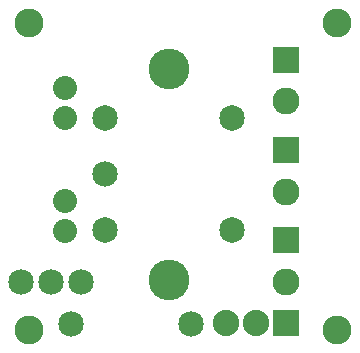
<source format=gts>
G04 MADE WITH FRITZING*
G04 WWW.FRITZING.ORG*
G04 DOUBLE SIDED*
G04 HOLES PLATED*
G04 CONTOUR ON CENTER OF CONTOUR VECTOR*
%ASAXBY*%
%FSLAX23Y23*%
%MOIN*%
%OFA0B0*%
%SFA1.0B1.0*%
%ADD10C,0.085118*%
%ADD11C,0.084803*%
%ADD12C,0.135984*%
%ADD13C,0.085000*%
%ADD14C,0.090000*%
%ADD15C,0.080000*%
%ADD16C,0.088000*%
%ADD17C,0.096614*%
%ADD18R,0.090000X0.090000*%
%ADD19R,0.088000X0.088000*%
%LNMASK1*%
G90*
G70*
G54D10*
X752Y784D03*
X331Y784D03*
X331Y410D03*
X752Y410D03*
X752Y784D03*
X331Y784D03*
X331Y410D03*
X752Y410D03*
G54D11*
X330Y599D03*
G54D12*
X543Y949D03*
X542Y244D03*
G54D13*
X218Y99D03*
X618Y99D03*
G54D14*
X933Y377D03*
X933Y239D03*
G54D13*
X251Y237D03*
X151Y237D03*
X51Y237D03*
G54D15*
X196Y784D03*
X196Y884D03*
X196Y509D03*
X196Y409D03*
G54D16*
X933Y101D03*
X833Y101D03*
X733Y101D03*
G54D14*
X933Y977D03*
X933Y840D03*
X933Y677D03*
X933Y539D03*
G54D17*
X78Y1103D03*
X1103Y1103D03*
X1103Y78D03*
X78Y78D03*
G54D18*
X933Y377D03*
G54D19*
X933Y101D03*
G54D18*
X933Y977D03*
X933Y677D03*
G04 End of Mask1*
M02*
</source>
